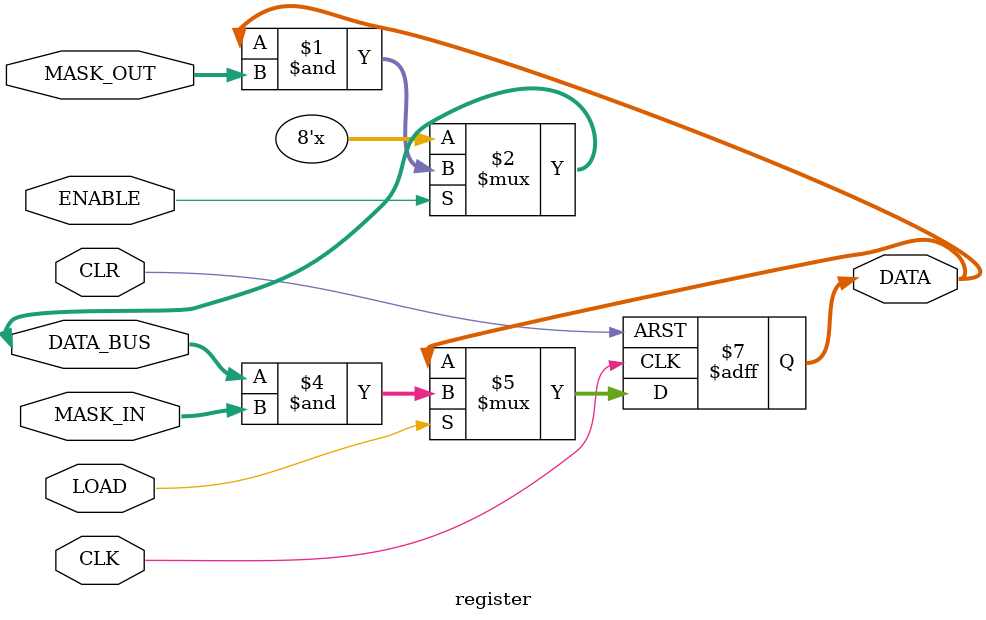
<source format=v>
module register #(
    parameter WIDTH = 8
) (
    input CLK,
    input CLR,
    input LOAD,
    input ENABLE,
    input [WIDTH-1:0] MASK_IN,
    input [WIDTH-1:0] MASK_OUT,
    inout [WIDTH-1:0] DATA_BUS,
    output reg [WIDTH-1:0] DATA
);

    assign DATA_BUS = ENABLE ? DATA & MASK_OUT : {WIDTH{1'bz}};

    always @(posedge CLK or posedge CLR) begin
        if (CLR) DATA <= {WIDTH{1'b0}};
        else if (LOAD) DATA <= DATA_BUS & MASK_IN;
    end

endmodule

</source>
